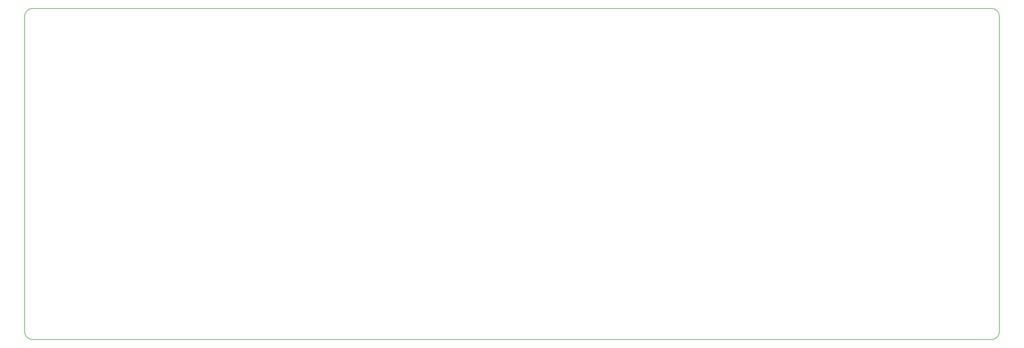
<source format=gbr>
%TF.GenerationSoftware,KiCad,Pcbnew,(6.0.7)*%
%TF.CreationDate,2022-10-07T15:47:36-04:00*%
%TF.ProjectId,planck-thk,706c616e-636b-42d7-9468-6b2e6b696361,rev?*%
%TF.SameCoordinates,Original*%
%TF.FileFunction,Profile,NP*%
%FSLAX46Y46*%
G04 Gerber Fmt 4.6, Leading zero omitted, Abs format (unit mm)*
G04 Created by KiCad (PCBNEW (6.0.7)) date 2022-10-07 15:47:36*
%MOMM*%
%LPD*%
G01*
G04 APERTURE LIST*
%TA.AperFunction,Profile*%
%ADD10C,0.150000*%
%TD*%
G04 APERTURE END LIST*
D10*
X334107233Y-138725983D02*
X334107233Y-38000000D01*
X331607233Y-141226033D02*
G75*
G03*
X334107233Y-138725983I-33J2500033D01*
G01*
X25580267Y-35499997D02*
G75*
G03*
X23080267Y-38000000I3J-2500003D01*
G01*
X334107200Y-38000000D02*
G75*
G03*
X331607233Y-35500000I-2500000J0D01*
G01*
X23080267Y-38000000D02*
X23080267Y-138725983D01*
X25580267Y-141225983D02*
X331607233Y-141225983D01*
X331607233Y-35500000D02*
X25580267Y-35500000D01*
X23080267Y-138725983D02*
G75*
G03*
X25580267Y-141225983I2500003J3D01*
G01*
M02*

</source>
